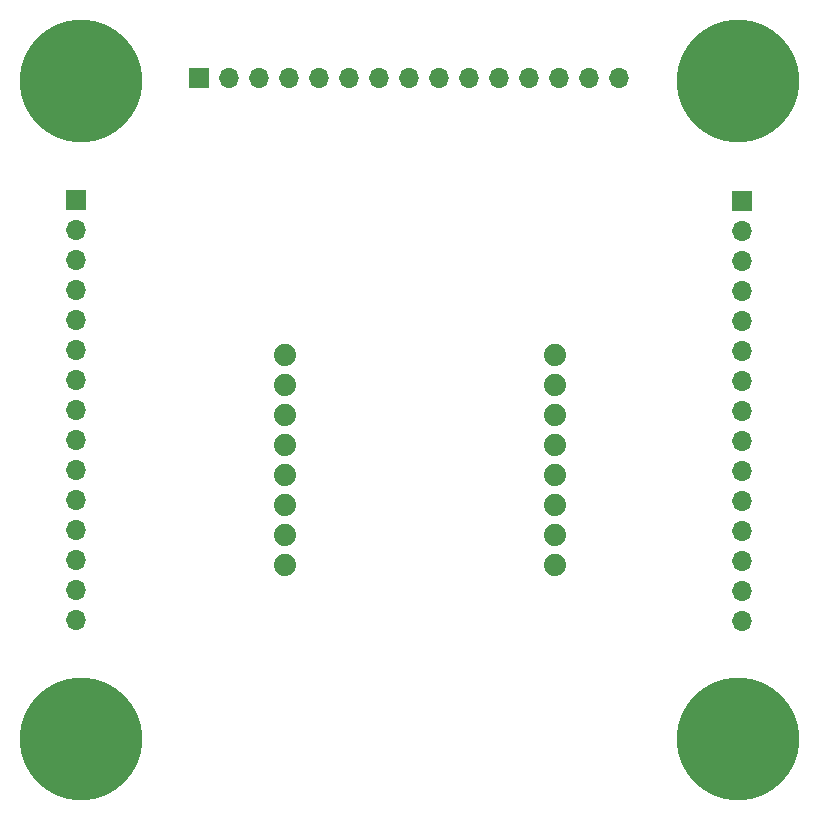
<source format=gbr>
%TF.GenerationSoftware,KiCad,Pcbnew,7.0.7*%
%TF.CreationDate,2024-04-01T01:35:54+05:30*%
%TF.ProjectId,GPS_Stack,4750535f-5374-4616-936b-2e6b69636164,rev?*%
%TF.SameCoordinates,Original*%
%TF.FileFunction,Soldermask,Bot*%
%TF.FilePolarity,Negative*%
%FSLAX46Y46*%
G04 Gerber Fmt 4.6, Leading zero omitted, Abs format (unit mm)*
G04 Created by KiCad (PCBNEW 7.0.7) date 2024-04-01 01:35:54*
%MOMM*%
%LPD*%
G01*
G04 APERTURE LIST*
%ADD10C,1.879600*%
%ADD11R,1.700000X1.700000*%
%ADD12O,1.700000X1.700000*%
%ADD13C,10.400000*%
G04 APERTURE END LIST*
D10*
%TO.C,U1*%
X125526800Y-84582000D03*
X125526800Y-87122000D03*
X125526800Y-89662000D03*
X125526800Y-92202000D03*
X125526800Y-94742000D03*
X125526800Y-97282000D03*
X125526800Y-99822000D03*
X125526800Y-102362000D03*
X102666800Y-84582000D03*
X102666800Y-87122000D03*
X102666800Y-89662000D03*
X102666800Y-92202000D03*
X102666800Y-94742000D03*
X102666800Y-97282000D03*
X102666800Y-99822000D03*
X102666800Y-102362000D03*
%TD*%
D11*
%TO.C,U2*%
X141370000Y-71509000D03*
D12*
X141370000Y-74049000D03*
X141370000Y-76589000D03*
X141370000Y-79129000D03*
X141370000Y-81669000D03*
X141370000Y-84209000D03*
X141370000Y-86749000D03*
X141370000Y-89289000D03*
X141370000Y-91829000D03*
X141370000Y-94369000D03*
X141370000Y-96909000D03*
X141370000Y-99449000D03*
X141370000Y-101989000D03*
X141370000Y-104529000D03*
X141370000Y-107069000D03*
X84970000Y-107039000D03*
X84970000Y-104499000D03*
X84970000Y-101959000D03*
X84970000Y-99419000D03*
X84970000Y-96879000D03*
X84970000Y-94339000D03*
X84970000Y-91799000D03*
X84970000Y-89259000D03*
X84970000Y-86719000D03*
X84970000Y-84179000D03*
X84970000Y-81639000D03*
X84970000Y-79099000D03*
X84970000Y-76559000D03*
X84970000Y-74019000D03*
D11*
X84970000Y-71479000D03*
X95395000Y-61094000D03*
D12*
X97935000Y-61094000D03*
X100475000Y-61094000D03*
X103015000Y-61094000D03*
X105555000Y-61094000D03*
X108095000Y-61094000D03*
X110635000Y-61094000D03*
X113175000Y-61094000D03*
X115715000Y-61094000D03*
X118255000Y-61094000D03*
X120795000Y-61094000D03*
X123335000Y-61094000D03*
X125875000Y-61094000D03*
X128415000Y-61094000D03*
X130955000Y-61094000D03*
D13*
X140970000Y-117094000D03*
X85370000Y-117094000D03*
X85370000Y-61394000D03*
X140970000Y-61409000D03*
%TD*%
M02*

</source>
